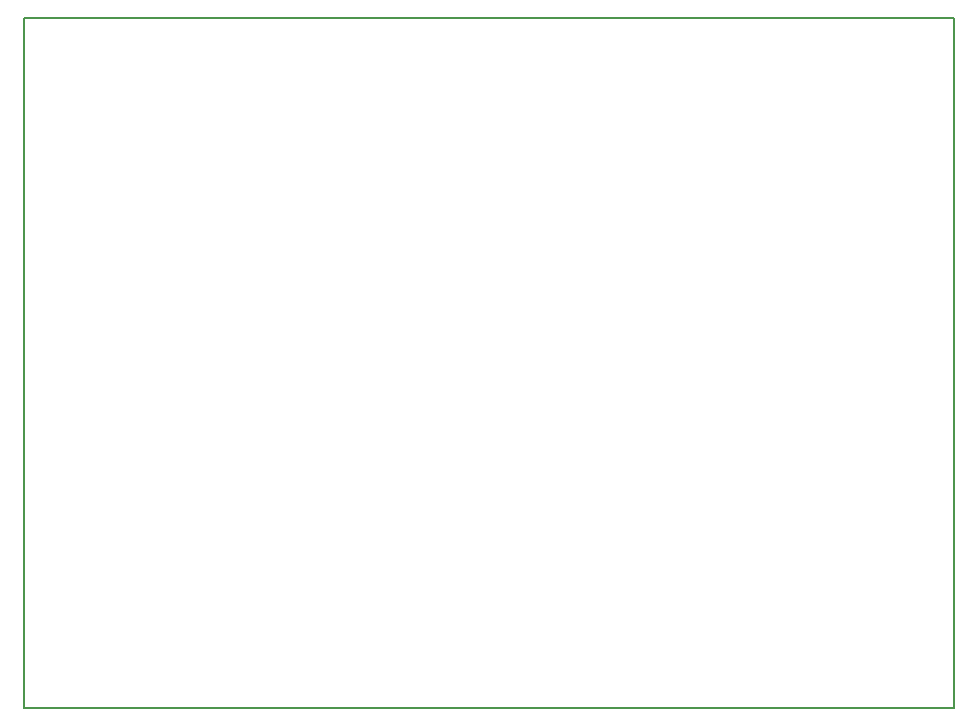
<source format=gm1>
%TF.GenerationSoftware,KiCad,Pcbnew,5.1.9+dfsg1-1~bpo10+1*%
%TF.CreationDate,2021-04-16T21:47:52+02:00*%
%TF.ProjectId,StandAlone-Adapter,5374616e-6441-46c6-9f6e-652d41646170,rev?*%
%TF.SameCoordinates,Original*%
%TF.FileFunction,Profile,NP*%
%FSLAX46Y46*%
G04 Gerber Fmt 4.6, Leading zero omitted, Abs format (unit mm)*
G04 Created by KiCad (PCBNEW 5.1.9+dfsg1-1~bpo10+1) date 2021-04-16 21:47:52*
%MOMM*%
%LPD*%
G01*
G04 APERTURE LIST*
%TA.AperFunction,Profile*%
%ADD10C,0.150000*%
%TD*%
G04 APERTURE END LIST*
D10*
X109220000Y-124460000D02*
X109220000Y-66040000D01*
X187960000Y-124460000D02*
X109220000Y-124460000D01*
X187960000Y-66040000D02*
X187960000Y-124460000D01*
X109220000Y-66040000D02*
X187960000Y-66040000D01*
M02*

</source>
